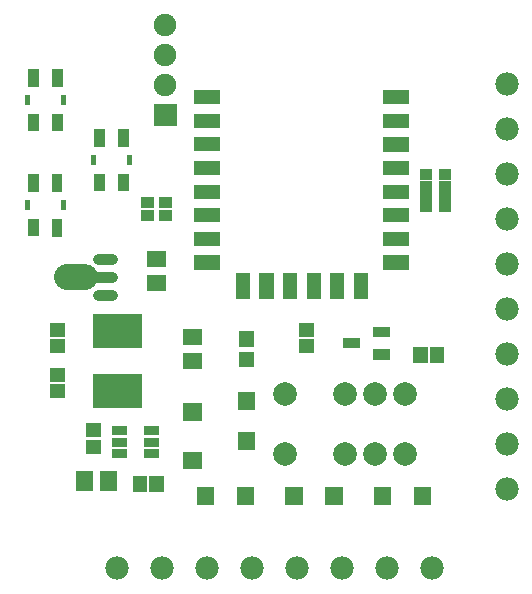
<source format=gts>
G04 Layer: TopSolderMaskLayer*
G04 EasyEDA v6.3.22, 2020-01-08T21:12:26+01:00*
G04 b28a7935c23a4a24a3ae34985d5a7298,2d2f38d6ccaf4c36845c7e91a662877a,10*
G04 Gerber Generator version 0.2*
G04 Scale: 100 percent, Rotated: No, Reflected: No *
G04 Dimensions in millimeters *
G04 leading zeros omitted , absolute positions ,3 integer and 3 decimal *
%FSLAX33Y33*%
%MOMM*%
G90*
G71D02*

%ADD50C,0.903199*%
%ADD51C,2.203196*%
%ADD52R,0.903224X1.503197*%
%ADD56C,2.003196*%
%ADD58C,1.903197*%
%ADD62C,1.981200*%

%LPD*%
G54D50*
G01X9215Y28979D02*
G01X8015Y28979D01*
G01X9215Y31979D02*
G01X8015Y31979D01*
G01X9216Y30479D02*
G01X7816Y30479D01*
G54D51*
G01X6866Y30479D02*
G01X5366Y30479D01*
G36*
G01X9692Y41534D02*
G01X9692Y43037D01*
G01X10594Y43037D01*
G01X10594Y41534D01*
G01X9692Y41534D01*
G37*
G36*
G01X7691Y41534D02*
G01X7691Y43037D01*
G01X8595Y43037D01*
G01X8595Y41534D01*
G01X7691Y41534D01*
G37*
G36*
G01X9692Y37734D02*
G01X9692Y39237D01*
G01X10594Y39237D01*
G01X10594Y37734D01*
G01X9692Y37734D01*
G37*
G36*
G01X7691Y37734D02*
G01X7691Y39237D01*
G01X8595Y39237D01*
G01X8595Y37734D01*
G01X7691Y37734D01*
G37*
G36*
G01X10416Y39933D02*
G01X10416Y40838D01*
G01X10919Y40838D01*
G01X10919Y39933D01*
G01X10416Y39933D01*
G37*
G36*
G01X7368Y39933D02*
G01X7368Y40838D01*
G01X7871Y40838D01*
G01X7871Y39933D01*
G01X7368Y39933D01*
G37*
G36*
G01X16169Y45118D02*
G01X16169Y46321D01*
G01X18374Y46321D01*
G01X18374Y45118D01*
G01X16169Y45118D01*
G37*
G36*
G01X16169Y43119D02*
G01X16169Y44320D01*
G01X18374Y44320D01*
G01X18374Y43119D01*
G01X16169Y43119D01*
G37*
G36*
G01X16169Y41120D02*
G01X16169Y42321D01*
G01X18374Y42321D01*
G01X18374Y41120D01*
G01X16169Y41120D01*
G37*
G36*
G01X16169Y39118D02*
G01X16169Y40322D01*
G01X18374Y40322D01*
G01X18374Y39118D01*
G01X16169Y39118D01*
G37*
G36*
G01X16169Y37117D02*
G01X16169Y38320D01*
G01X18374Y38320D01*
G01X18374Y37117D01*
G01X16169Y37117D01*
G37*
G36*
G01X16169Y35118D02*
G01X16169Y36322D01*
G01X18374Y36322D01*
G01X18374Y35118D01*
G01X16169Y35118D01*
G37*
G36*
G01X16169Y33119D02*
G01X16169Y34323D01*
G01X18374Y34323D01*
G01X18374Y33119D01*
G01X16169Y33119D01*
G37*
G36*
G01X16172Y31117D02*
G01X16172Y32321D01*
G01X18374Y32321D01*
G01X18374Y31117D01*
G01X16172Y31117D01*
G37*
G36*
G01X19672Y28618D02*
G01X19672Y30820D01*
G01X20876Y30820D01*
G01X20876Y28618D01*
G01X19672Y28618D01*
G37*
G36*
G01X21668Y28618D02*
G01X21668Y30822D01*
G01X22872Y30822D01*
G01X22872Y28618D01*
G01X21668Y28618D01*
G37*
G36*
G01X23667Y28618D02*
G01X23667Y30820D01*
G01X24871Y30820D01*
G01X24871Y28618D01*
G01X23667Y28618D01*
G37*
G36*
G01X25669Y28618D02*
G01X25669Y30820D01*
G01X26873Y30820D01*
G01X26873Y28618D01*
G01X25669Y28618D01*
G37*
G36*
G01X27668Y28618D02*
G01X27668Y30820D01*
G01X28872Y30820D01*
G01X28872Y28618D01*
G01X27668Y28618D01*
G37*
G36*
G01X29669Y28618D02*
G01X29669Y30820D01*
G01X30871Y30820D01*
G01X30871Y28618D01*
G01X29669Y28618D01*
G37*
G36*
G01X32171Y31112D02*
G01X32171Y32316D01*
G01X34373Y32316D01*
G01X34373Y31112D01*
G01X32171Y31112D01*
G37*
G36*
G01X32171Y33116D02*
G01X32171Y34320D01*
G01X34376Y34320D01*
G01X34376Y33116D01*
G01X32171Y33116D01*
G37*
G36*
G01X32174Y35115D02*
G01X32174Y36316D01*
G01X34376Y36316D01*
G01X34376Y35115D01*
G01X32174Y35115D01*
G37*
G36*
G01X32171Y37114D02*
G01X32171Y38318D01*
G01X34376Y38318D01*
G01X34376Y37114D01*
G01X32171Y37114D01*
G37*
G36*
G01X32171Y39116D02*
G01X32171Y40319D01*
G01X34373Y40319D01*
G01X34373Y39116D01*
G01X32171Y39116D01*
G37*
G36*
G01X32171Y41114D02*
G01X32171Y42318D01*
G01X34376Y42318D01*
G01X34376Y41114D01*
G01X32171Y41114D01*
G37*
G36*
G01X32171Y43116D02*
G01X32171Y44317D01*
G01X34376Y44317D01*
G01X34376Y43116D01*
G01X32171Y43116D01*
G37*
G36*
G01X32171Y45115D02*
G01X32171Y46319D01*
G01X34376Y46319D01*
G01X34376Y45115D01*
G01X32171Y45115D01*
G37*
G54D56*
G01X23876Y15494D03*
G01X28956Y15494D03*
G01X31496Y15494D03*
G01X34036Y15494D03*
G01X34036Y20574D03*
G01X31496Y20574D03*
G01X28956Y20574D03*
G01X23876Y20574D03*
G36*
G01X4104Y46614D02*
G01X4104Y48117D01*
G01X5008Y48117D01*
G01X5008Y46614D01*
G01X4104Y46614D01*
G37*
G36*
G01X2105Y46614D02*
G01X2105Y48117D01*
G01X3007Y48117D01*
G01X3007Y46614D01*
G01X2105Y46614D01*
G37*
G36*
G01X4104Y42814D02*
G01X4104Y44317D01*
G01X5008Y44317D01*
G01X5008Y42814D01*
G01X4104Y42814D01*
G37*
G36*
G01X2105Y42814D02*
G01X2105Y44317D01*
G01X3007Y44317D01*
G01X3007Y42814D01*
G01X2105Y42814D01*
G37*
G36*
G01X4828Y45013D02*
G01X4828Y45918D01*
G01X5331Y45918D01*
G01X5331Y45013D01*
G01X4828Y45013D01*
G37*
G36*
G01X1780Y45013D02*
G01X1780Y45918D01*
G01X2283Y45918D01*
G01X2283Y45013D01*
G01X1780Y45013D01*
G37*
G36*
G01X12763Y43243D02*
G01X12763Y45148D01*
G01X14668Y45148D01*
G01X14668Y43243D01*
G01X12763Y43243D01*
G37*
G54D58*
G01X13716Y46736D03*
G01X13716Y49276D03*
G01X13716Y51816D03*
G36*
G01X2105Y33924D02*
G01X2105Y35427D01*
G01X3007Y35427D01*
G01X3007Y33924D01*
G01X2105Y33924D01*
G37*
G54D52*
G01X4556Y34676D03*
G36*
G01X2105Y37724D02*
G01X2105Y39227D01*
G01X3007Y39227D01*
G01X3007Y37724D01*
G01X2105Y37724D01*
G37*
G01X4556Y38475D03*
G36*
G01X1780Y36123D02*
G01X1780Y37028D01*
G01X2283Y37028D01*
G01X2283Y36123D01*
G01X1780Y36123D01*
G37*
G36*
G01X4828Y36123D02*
G01X4828Y37028D01*
G01X5331Y37028D01*
G01X5331Y36123D01*
G01X4828Y36123D01*
G37*
G36*
G01X28757Y24439D02*
G01X28757Y25344D01*
G01X30210Y25344D01*
G01X30210Y24439D01*
G01X28757Y24439D01*
G37*
G36*
G01X31257Y25389D02*
G01X31257Y26294D01*
G01X32710Y26294D01*
G01X32710Y25389D01*
G01X31257Y25389D01*
G37*
G36*
G01X31257Y23489D02*
G01X31257Y24394D01*
G01X32710Y24394D01*
G01X32710Y23489D01*
G01X31257Y23489D01*
G37*
G36*
G01X34729Y11186D02*
G01X34729Y12689D01*
G01X36233Y12689D01*
G01X36233Y11186D01*
G01X34729Y11186D01*
G37*
G36*
G01X31330Y11186D02*
G01X31330Y12689D01*
G01X32834Y12689D01*
G01X32834Y11186D01*
G01X31330Y11186D01*
G37*
G36*
G01X19743Y11186D02*
G01X19743Y12689D01*
G01X21247Y12689D01*
G01X21247Y11186D01*
G01X19743Y11186D01*
G37*
G36*
G01X16344Y11186D02*
G01X16344Y12689D01*
G01X17848Y12689D01*
G01X17848Y11186D01*
G01X16344Y11186D01*
G37*
G36*
G01X23837Y11186D02*
G01X23837Y12689D01*
G01X25341Y12689D01*
G01X25341Y11186D01*
G01X23837Y11186D01*
G37*
G36*
G01X27236Y11186D02*
G01X27236Y12689D01*
G01X28740Y12689D01*
G01X28740Y11186D01*
G01X27236Y11186D01*
G37*
G36*
G01X19822Y19235D02*
G01X19822Y20739D01*
G01X21325Y20739D01*
G01X21325Y19235D01*
G01X19822Y19235D01*
G37*
G36*
G01X19822Y15836D02*
G01X19822Y17340D01*
G01X21325Y17340D01*
G01X21325Y15836D01*
G01X19822Y15836D01*
G37*
G36*
G01X19977Y24587D02*
G01X19977Y25882D01*
G01X21170Y25882D01*
G01X21170Y24587D01*
G01X19977Y24587D01*
G37*
G36*
G01X19977Y22885D02*
G01X19977Y24180D01*
G01X21170Y24180D01*
G01X21170Y22885D01*
G01X19977Y22885D01*
G37*
G54D62*
G01X42672Y46863D03*
G01X42672Y43053D03*
G01X21082Y5842D03*
G01X24892Y5842D03*
G01X28702Y5842D03*
G01X17272Y5842D03*
G01X13462Y5842D03*
G01X9652Y5842D03*
G01X36314Y5842D03*
G01X32504Y5842D03*
G01X42672Y12573D03*
G01X42672Y16383D03*
G01X42672Y35433D03*
G01X42672Y39243D03*
G36*
G01X36103Y23223D02*
G01X36103Y24528D01*
G01X37307Y24528D01*
G01X37307Y23223D01*
G01X36103Y23223D01*
G37*
G36*
G01X34704Y23223D02*
G01X34704Y24528D01*
G01X35908Y24528D01*
G01X35908Y23223D01*
G01X34704Y23223D01*
G37*
G01X42672Y27813D03*
G01X42672Y31623D03*
G01X42672Y20193D03*
G01X42672Y24003D03*
G36*
G01X13149Y35252D02*
G01X13149Y36207D01*
G01X14282Y36207D01*
G01X14282Y35252D01*
G01X13149Y35252D01*
G37*
G36*
G01X11610Y35252D02*
G01X11610Y36207D01*
G01X12743Y36207D01*
G01X12743Y35252D01*
G01X11610Y35252D01*
G37*
G36*
G01X11610Y36352D02*
G01X11610Y37307D01*
G01X12743Y37307D01*
G01X12743Y36352D01*
G01X11610Y36352D01*
G37*
G36*
G01X13149Y36352D02*
G01X13149Y37307D01*
G01X14282Y37307D01*
G01X14282Y36352D01*
G01X13149Y36352D01*
G37*
G36*
G01X36845Y36019D02*
G01X36845Y36972D01*
G01X37848Y36972D01*
G01X37848Y36019D01*
G01X36845Y36019D01*
G37*
G36*
G01X35303Y36019D02*
G01X35303Y36972D01*
G01X36306Y36972D01*
G01X36306Y36019D01*
G01X35303Y36019D01*
G37*
G36*
G01X36845Y37053D02*
G01X36845Y37838D01*
G01X37848Y37838D01*
G01X37848Y37053D01*
G01X36845Y37053D01*
G37*
G36*
G01X35303Y37053D02*
G01X35303Y37838D01*
G01X36306Y37838D01*
G01X36306Y37053D01*
G01X35303Y37053D01*
G37*
G36*
G01X36845Y37853D02*
G01X36845Y38638D01*
G01X37848Y38638D01*
G01X37848Y37853D01*
G01X36845Y37853D01*
G37*
G36*
G01X35303Y37853D02*
G01X35303Y38638D01*
G01X36306Y38638D01*
G01X36306Y37853D01*
G01X35303Y37853D01*
G37*
G36*
G01X36845Y38719D02*
G01X36845Y39672D01*
G01X37848Y39672D01*
G01X37848Y38719D01*
G01X36845Y38719D01*
G37*
G36*
G01X35303Y38719D02*
G01X35303Y39672D01*
G01X36306Y39672D01*
G01X36306Y38719D01*
G01X35303Y38719D01*
G37*
G36*
G01X11925Y15184D02*
G01X11925Y15935D01*
G01X13129Y15935D01*
G01X13129Y15184D01*
G01X11925Y15184D01*
G37*
G36*
G01X11925Y16134D02*
G01X11925Y16885D01*
G01X13129Y16885D01*
G01X13129Y16134D01*
G01X11925Y16134D01*
G37*
G36*
G01X11925Y17084D02*
G01X11925Y17835D01*
G01X13129Y17835D01*
G01X13129Y17084D01*
G01X11925Y17084D01*
G37*
G36*
G01X9225Y17084D02*
G01X9225Y17835D01*
G01X10429Y17835D01*
G01X10429Y17084D01*
G01X9225Y17084D01*
G37*
G36*
G01X9225Y15184D02*
G01X9225Y15935D01*
G01X10429Y15935D01*
G01X10429Y15184D01*
G01X9225Y15184D01*
G37*
G36*
G01X9225Y16134D02*
G01X9225Y16885D01*
G01X10429Y16885D01*
G01X10429Y16134D01*
G01X9225Y16134D01*
G37*
G36*
G01X12352Y12301D02*
G01X12352Y13606D01*
G01X13556Y13606D01*
G01X13556Y12301D01*
G01X12352Y12301D01*
G37*
G36*
G01X10952Y12301D02*
G01X10952Y13606D01*
G01X12156Y13606D01*
G01X12156Y12301D01*
G01X10952Y12301D01*
G37*
G36*
G01X6967Y15524D02*
G01X6967Y16728D01*
G01X8272Y16728D01*
G01X8272Y15524D01*
G01X6967Y15524D01*
G37*
G36*
G01X6967Y16924D02*
G01X6967Y18127D01*
G01X8272Y18127D01*
G01X8272Y16924D01*
G01X6967Y16924D01*
G37*
G36*
G01X15163Y18338D02*
G01X15163Y19812D01*
G01X16840Y19812D01*
G01X16840Y18338D01*
G01X15163Y18338D01*
G37*
G36*
G01X15163Y14224D02*
G01X15163Y15697D01*
G01X16840Y15697D01*
G01X16840Y14224D01*
G01X15163Y14224D01*
G37*
G36*
G01X7551Y19367D02*
G01X7551Y22270D01*
G01X11752Y22270D01*
G01X11752Y19367D01*
G01X7551Y19367D01*
G37*
G36*
G01X7551Y24467D02*
G01X7551Y27371D01*
G01X11752Y27371D01*
G01X11752Y24467D01*
G01X7551Y24467D01*
G37*
G36*
G01X3919Y24036D02*
G01X3919Y25239D01*
G01X5224Y25239D01*
G01X5224Y24036D01*
G01X3919Y24036D01*
G37*
G36*
G01X3919Y25435D02*
G01X3919Y26639D01*
G01X5224Y26639D01*
G01X5224Y25435D01*
G01X3919Y25435D01*
G37*
G36*
G01X3919Y20226D02*
G01X3919Y21429D01*
G01X5224Y21429D01*
G01X5224Y20226D01*
G01X3919Y20226D01*
G37*
G36*
G01X3919Y21625D02*
G01X3919Y22829D01*
G01X5224Y22829D01*
G01X5224Y21625D01*
G01X3919Y21625D01*
G37*
G36*
G01X8209Y12382D02*
G01X8209Y14033D01*
G01X9570Y14033D01*
G01X9570Y12382D01*
G01X8209Y12382D01*
G37*
G36*
G01X6177Y12382D02*
G01X6177Y14033D01*
G01X7538Y14033D01*
G01X7538Y12382D01*
G01X6177Y12382D01*
G37*
G36*
G01X15176Y22687D02*
G01X15176Y24048D01*
G01X16827Y24048D01*
G01X16827Y22687D01*
G01X15176Y22687D01*
G37*
G36*
G01X15176Y24719D02*
G01X15176Y26080D01*
G01X16827Y26080D01*
G01X16827Y24719D01*
G01X15176Y24719D01*
G37*
G36*
G01X12128Y31323D02*
G01X12128Y32684D01*
G01X13779Y32684D01*
G01X13779Y31323D01*
G01X12128Y31323D01*
G37*
G36*
G01X12128Y29291D02*
G01X12128Y30652D01*
G01X13779Y30652D01*
G01X13779Y29291D01*
G01X12128Y29291D01*
G37*
G36*
G01X25001Y24038D02*
G01X25001Y25239D01*
G01X26306Y25239D01*
G01X26306Y24038D01*
G01X25001Y24038D01*
G37*
G36*
G01X25001Y25438D02*
G01X25001Y26639D01*
G01X26306Y26639D01*
G01X26306Y25438D01*
G01X25001Y25438D01*
G37*
M00*
M02*

</source>
